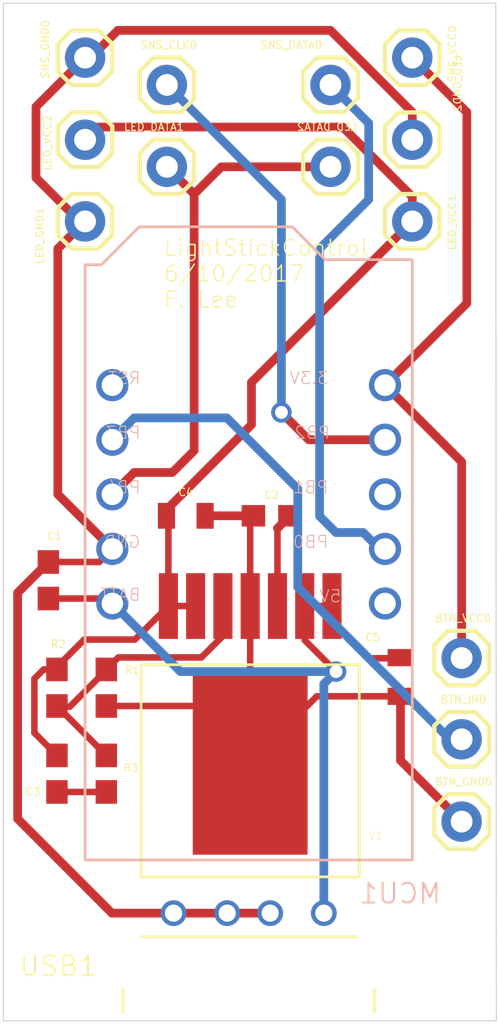
<source format=kicad_pcb>
(kicad_pcb (version 20221018) (generator pcbnew)
  (layers (0 "F.Cu" signal) (31 "B.Cu" signal) (34 "B.Paste" user) (35 "F.Paste" user) (36 "B.SilkS" user "B.Silkscreen") (37 "F.SilkS" user "F.Silkscreen") (38 "B.Mask" user) (39 "F.Mask" user) (44 "Edge.Cuts" user))
  (net 0 "")
  (net 1 "GND")
  (net 2 "VCC_IN")
  (net 3 "LED_DATA")
  (net 4 "SNS_VCC")
  (net 5 "SNS_CLK")
  (net 6 "SNS_DATA")
  (net 7 "BTN_IN")
  (net 8 "SS")
  (net 9 "FB")
  (net 10 "VOUT")
  (net 11 "VOUT_C")
  (footprint "LightStickControl:1X01" (layer "F.Cu") (at 144.6391 88.9386)
    (fp_text reference "LED_DATA1" (at -2.032 -1.651) (layer "F.SilkS") (effects (font (size 0.352755 0.352755) (thickness 0.053645)) (justify left bottom)))
    (fp_text value "")
    (fp_line (start -1.27 -0.635) (end -1.27 0.635) (stroke (width 0.2032)) (layer "F.SilkS"))
    (fp_line (start -1.27 0.635) (end -0.635 1.27) (stroke (width 0.2032)) (layer "F.SilkS"))
    (fp_line (start -0.635 -1.27) (end -1.27 -0.635) (stroke (width 0.2032)) (layer "F.SilkS"))
    (fp_line (start -0.635 1.27) (end 0.635 1.27) (stroke (width 0.2032)) (layer "F.SilkS"))
    (fp_line (start 0.635 -1.27) (end -0.635 -1.27) (stroke (width 0.2032)) (layer "F.SilkS"))
    (fp_line (start 0.635 1.27) (end 1.27 0.635) (stroke (width 0.2032)) (layer "F.SilkS"))
    (fp_line (start 1.27 -0.635) (end 0.635 -1.27) (stroke (width 0.2032)) (layer "F.SilkS"))
    (fp_line (start 1.27 0.635) (end 1.27 -0.635) (stroke (width 0.2032)) (layer "F.SilkS"))
    (pad "1" thru_hole circle (at 0 0 90) (size 1.8796 1.8796) (drill 1.016) (layers "*.Cu" "*.Mask") (net 3 "LED_DATA"))
  )
  (footprint "LightStickControl:0603" (layer "F.Cu") (at 141.8191 113.1786 90)
    (fp_text reference "R1" (at 1.028 1.2) (layer "F.SilkS") (effects (font (size 0.352755 0.352755) (thickness 0.053645)) (justify top)))
    (fp_text value "33k")
    (pad "1" smd rect (at -0.85 0 90) (size 1.1 1) (layers "F.Cu" "F.Paste" "F.Mask") (net 1 "GND"))
    (pad "2" smd rect (at 0.85 0 90) (size 1.1 1) (layers "F.Cu" "F.Paste" "F.Mask") (net 9 "FB"))
  )
  (footprint "LightStickControl:TO-PMOD" (layer "F.Cu") (at 148.5191 116.6786 180)
    (fp_text reference "V1" (at -6.2 -3.17) (layer "F.SilkS") (effects (font (size 0.376489 0.376489) (thickness 0.029911)) (justify right top)))
    (fp_text value "LMZ10503" hide)
    (fp_line (start -5.08 -5.3) (end 5.08 -5.3) (stroke (width 0.127)) (layer "F.SilkS"))
    (fp_line (start -5.08 4.57) (end -5.08 -5.3) (stroke (width 0.127)) (layer "F.SilkS"))
    (fp_line (start 5.08 -5.3) (end 5.08 4.57) (stroke (width 0.127)) (layer "F.SilkS"))
    (fp_line (start 5.08 4.57) (end -5.08 4.57) (stroke (width 0.127)) (layer "F.SilkS"))
    (pad "EN" smd rect (at -2.54 7.3 180) (size 0.89 3.06) (layers "F.Cu" "F.Paste" "F.Mask") (net 2 "VCC_IN"))
    (pad "FB" smd rect (at 1.27 7.3 180) (size 0.89 3.06) (layers "F.Cu" "F.Paste" "F.Mask") (net 9 "FB"))
    (pad "GND" smd rect (at 0 7.3 180) (size 0.89 3.06) (layers "F.Cu" "F.Paste" "F.Mask") (net 1 "GND"))
    (pad "GND_PAD" smd rect (at 0 0 180) (size 5.35 8.54) (layers "F.Cu" "F.Paste" "F.Mask") (net 1 "GND"))
    (pad "SS" smd rect (at -1.27 7.3 180) (size 0.89 3.06) (layers "F.Cu" "F.Paste" "F.Mask") (net 8 "SS"))
    (pad "VIN" smd rect (at -3.81 7.3 180) (size 0.89 3.06) (layers "F.Cu" "F.Paste" "F.Mask") (net 2 "VCC_IN"))
    (pad "VOUT1" smd rect (at 2.54 7.3 180) (size 0.89 3.06) (layers "F.Cu" "F.Paste" "F.Mask") (net 10 "VOUT"))
    (pad "VOUT2" smd rect (at 3.81 7.3 180) (size 0.89 3.06) (layers "F.Cu" "F.Paste" "F.Mask") (net 10 "VOUT"))
  )
  (footprint "LightStickControl:1X01" (layer "F.Cu") (at 156.0691 91.4786 -90)
    (fp_text reference "LED_VCC1" (at -1.27 -1.651 90) (layer "F.SilkS") (effects (font (size 0.352755 0.352755) (thickness 0.053645)) (justify right top)))
    (fp_text value "")
    (fp_line (start -1.27 -0.635) (end -1.27 0.635) (stroke (width 0.2032)) (layer "F.SilkS"))
    (fp_line (start -1.27 0.635) (end -0.635 1.27) (stroke (width 0.2032)) (layer "F.SilkS"))
    (fp_line (start -0.635 -1.27) (end -1.27 -0.635) (stroke (width 0.2032)) (layer "F.SilkS"))
    (fp_line (start -0.635 1.27) (end 0.635 1.27) (stroke (width 0.2032)) (layer "F.SilkS"))
    (fp_line (start 0.635 -1.27) (end -0.635 -1.27) (stroke (width 0.2032)) (layer "F.SilkS"))
    (fp_line (start 0.635 1.27) (end 1.27 0.635) (stroke (width 0.2032)) (layer "F.SilkS"))
    (fp_line (start 1.27 -0.635) (end 0.635 -1.27) (stroke (width 0.2032)) (layer "F.SilkS"))
    (fp_line (start 1.27 0.635) (end 1.27 -0.635) (stroke (width 0.2032)) (layer "F.SilkS"))
    (pad "1" thru_hole circle (at 0 0) (size 1.8796 1.8796) (drill 1.016) (layers "*.Cu" "*.Mask") (net 10 "VOUT"))
  )
  (footprint "LightStickControl:0603" (layer "F.Cu") (at 149.5191 105.1786)
    (fp_text reference "C2" (at 0 -0.762) (layer "F.SilkS") (effects (font (size 0.352755 0.352755) (thickness 0.053645)) (justify bottom)))
    (fp_text value "10nF")
    (pad "1" smd rect (at -0.85 0) (size 1.1 1) (layers "F.Cu" "F.Paste" "F.Mask") (net 1 "GND"))
    (pad "2" smd rect (at 0.85 0) (size 1.1 1) (layers "F.Cu" "F.Paste" "F.Mask") (net 8 "SS"))
  )
  (footprint "LightStickControl:1X01" (layer "F.Cu") (at 156.0691 83.8586 -90)
    (fp_text reference "SNS_VCC0" (at -1.524 -1.651 90) (layer "F.SilkS") (effects (font (size 0.352755 0.352755) (thickness 0.053645)) (justify right top)))
    (fp_text value "")
    (fp_line (start -1.27 -0.635) (end -1.27 0.635) (stroke (width 0.2032)) (layer "F.SilkS"))
    (fp_line (start -1.27 0.635) (end -0.635 1.27) (stroke (width 0.2032)) (layer "F.SilkS"))
    (fp_line (start -0.635 -1.27) (end -1.27 -0.635) (stroke (width 0.2032)) (layer "F.SilkS"))
    (fp_line (start -0.635 1.27) (end 0.635 1.27) (stroke (width 0.2032)) (layer "F.SilkS"))
    (fp_line (start 0.635 -1.27) (end -0.635 -1.27) (stroke (width 0.2032)) (layer "F.SilkS"))
    (fp_line (start 0.635 1.27) (end 1.27 0.635) (stroke (width 0.2032)) (layer "F.SilkS"))
    (fp_line (start 1.27 -0.635) (end 0.635 -1.27) (stroke (width 0.2032)) (layer "F.SilkS"))
    (fp_line (start 1.27 0.635) (end 1.27 -0.635) (stroke (width 0.2032)) (layer "F.SilkS"))
    (pad "1" thru_hole circle (at 0 0) (size 1.8796 1.8796) (drill 1.016) (layers "*.Cu" "*.Mask") (net 4 "SNS_VCC"))
  )
  (footprint "LightStickControl:USB_A_932" (layer "F.Cu") (at 148.4491 125.7686 180)
    (fp_text reference "USB1" (at 6.988 0.174) (layer "F.SilkS") (effects (font (size 0.922528 0.922528) (thickness 0.093472)) (justify right top)))
    (fp_text value "USB_A_932" hide)
    (fp_line (start -5.85 -2.5) (end -5.85 -1.45) (stroke (width 0.127)) (layer "F.SilkS"))
    (fp_line (start -5 1) (end 5 1) (stroke (width 0.127)) (layer "F.SilkS"))
    (fp_line (start 5.85 -2.5) (end 5.85 -1.45) (stroke (width 0.127)) (layer "F.SilkS"))
    (pad "" np_thru_hole circle (at -2.3 0 180) (size 1.1 1.1) (drill 1.1) (layers "*.Cu" "*.Mask"))
    (pad "" np_thru_hole circle (at 2.3 0 180) (size 1.1 1.1) (drill 1.1) (layers "*.Cu" "*.Mask"))
    (pad "D+" thru_hole circle (at 1 2.1 180) (size 1.2 1.2) (drill 0.8) (layers "*.Cu" "*.Mask") (net 1 "GND"))
    (pad "D-" thru_hole circle (at -1 2.1 180) (size 1.2 1.2) (drill 0.8) (layers "*.Cu" "*.Mask") (net 1 "GND"))
    (pad "GND" thru_hole circle (at 3.5 2.1 180) (size 1.2 1.2) (drill 0.8) (layers "*.Cu" "*.Mask") (net 1 "GND"))
    (pad "VCC" thru_hole circle (at -3.5 2.1 180) (size 1.2 1.2) (drill 0.8) (layers "*.Cu" "*.Mask") (net 2 "VCC_IN"))
  )
  (footprint "LightStickControl:0603" (layer "F.Cu") (at 139.1191 108.1786 90)
    (fp_text reference "C1" (at 2.268 0.28) (layer "F.SilkS") (effects (font (size 0.352755 0.352755) (thickness 0.053645)) (justify top)))
    (fp_text value "4.7uF")
    (pad "1" smd rect (at -0.85 0 90) (size 1.1 1) (layers "F.Cu" "F.Paste" "F.Mask") (net 2 "VCC_IN"))
    (pad "2" smd rect (at 0.85 0 90) (size 1.1 1) (layers "F.Cu" "F.Paste" "F.Mask") (net 1 "GND"))
  )
  (footprint "LightStickControl:1X01" (layer "F.Cu") (at 140.8291 91.4786 90)
    (fp_text reference "LED_GND1" (at -2.032 -1.905 90) (layer "F.SilkS") (effects (font (size 0.352755 0.352755) (thickness 0.053645)) (justify left bottom)))
    (fp_text value "")
    (fp_line (start -1.27 -0.635) (end -1.27 0.635) (stroke (width 0.2032)) (layer "F.SilkS"))
    (fp_line (start -1.27 0.635) (end -0.635 1.27) (stroke (width 0.2032)) (layer "F.SilkS"))
    (fp_line (start -0.635 -1.27) (end -1.27 -0.635) (stroke (width 0.2032)) (layer "F.SilkS"))
    (fp_line (start -0.635 1.27) (end 0.635 1.27) (stroke (width 0.2032)) (layer "F.SilkS"))
    (fp_line (start 0.635 -1.27) (end -0.635 -1.27) (stroke (width 0.2032)) (layer "F.SilkS"))
    (fp_line (start 0.635 1.27) (end 1.27 0.635) (stroke (width 0.2032)) (layer "F.SilkS"))
    (fp_line (start 1.27 -0.635) (end 0.635 -1.27) (stroke (width 0.2032)) (layer "F.SilkS"))
    (fp_line (start 1.27 0.635) (end 1.27 -0.635) (stroke (width 0.2032)) (layer "F.SilkS"))
    (pad "1" thru_hole circle (at 0 0 180) (size 1.8796 1.8796) (drill 1.016) (layers "*.Cu" "*.Mask") (net 1 "GND"))
  )
  (footprint "LightStickControl:1X01" (layer "F.Cu") (at 158.3671 115.5786)
    (fp_text reference "BTN_IN0" (at -1.016 -1.651) (layer "F.SilkS") (effects (font (size 0.352755 0.352755) (thickness 0.053645)) (justify left bottom)))
    (fp_text value "")
    (fp_line (start -1.27 -0.635) (end -1.27 0.635) (stroke (width 0.2032)) (layer "F.SilkS"))
    (fp_line (start -1.27 0.635) (end -0.635 1.27) (stroke (width 0.2032)) (layer "F.SilkS"))
    (fp_line (start -0.635 -1.27) (end -1.27 -0.635) (stroke (width 0.2032)) (layer "F.SilkS"))
    (fp_line (start -0.635 1.27) (end 0.635 1.27) (stroke (width 0.2032)) (layer "F.SilkS"))
    (fp_line (start 0.635 -1.27) (end -0.635 -1.27) (stroke (width 0.2032)) (layer "F.SilkS"))
    (fp_line (start 0.635 1.27) (end 1.27 0.635) (stroke (width 0.2032)) (layer "F.SilkS"))
    (fp_line (start 1.27 -0.635) (end 0.635 -1.27) (stroke (width 0.2032)) (layer "F.SilkS"))
    (fp_line (start 1.27 0.635) (end 1.27 -0.635) (stroke (width 0.2032)) (layer "F.SilkS"))
    (pad "1" thru_hole circle (at 0 0 90) (size 1.8796 1.8796) (drill 1.016) (layers "*.Cu" "*.Mask") (net 7 "BTN_IN"))
  )
  (footprint "LightStickControl:1X01" (layer "F.Cu") (at 158.3671 119.4086)
    (fp_text reference "BTN_GND0" (at -1.27 -1.651) (layer "F.SilkS") (effects (font (size 0.352755 0.352755) (thickness 0.053645)) (justify left bottom)))
    (fp_text value "")
    (fp_line (start -1.27 -0.635) (end -1.27 0.635) (stroke (width 0.2032)) (layer "F.SilkS"))
    (fp_line (start -1.27 0.635) (end -0.635 1.27) (stroke (width 0.2032)) (layer "F.SilkS"))
    (fp_line (start -0.635 -1.27) (end -1.27 -0.635) (stroke (width 0.2032)) (layer "F.SilkS"))
    (fp_line (start -0.635 1.27) (end 0.635 1.27) (stroke (width 0.2032)) (layer "F.SilkS"))
    (fp_line (start 0.635 -1.27) (end -0.635 -1.27) (stroke (width 0.2032)) (layer "F.SilkS"))
    (fp_line (start 0.635 1.27) (end 1.27 0.635) (stroke (width 0.2032)) (layer "F.SilkS"))
    (fp_line (start 1.27 -0.635) (end 0.635 -1.27) (stroke (width 0.2032)) (layer "F.SilkS"))
    (fp_line (start 1.27 0.635) (end 1.27 -0.635) (stroke (width 0.2032)) (layer "F.SilkS"))
    (pad "1" thru_hole circle (at 0 0 90) (size 1.8796 1.8796) (drill 1.016) (layers "*.Cu" "*.Mask") (net 1 "GND"))
  )
  (footprint "LightStickControl:0603" (layer "F.Cu") (at 141.8191 117.1786 90)
    (fp_text reference "R3" (at 0.478 1.15) (layer "F.SilkS") (effects (font (size 0.352755 0.352755) (thickness 0.053645)) (justify top)))
    (fp_text value "4.53k")
    (pad "1" smd rect (at -0.85 0 90) (size 1.1 1) (layers "F.Cu" "F.Paste" "F.Mask") (net 11 "VOUT_C"))
    (pad "2" smd rect (at 0.85 0 90) (size 1.1 1) (layers "F.Cu" "F.Paste" "F.Mask") (net 9 "FB"))
  )
  (footprint "LightStickControl:1X01" (layer "F.Cu") (at 140.8291 87.6786)
    (fp_text reference "LED_VCC2" (at -1.547 1.46 90) (layer "F.SilkS") (effects (font (size 0.352755 0.352755) (thickness 0.053645)) (justify left bottom)))
    (fp_text value "")
    (fp_line (start -1.27 -0.635) (end -1.27 0.635) (stroke (width 0.2032)) (layer "F.SilkS"))
    (fp_line (start -1.27 0.635) (end -0.635 1.27) (stroke (width 0.2032)) (layer "F.SilkS"))
    (fp_line (start -0.635 -1.27) (end -1.27 -0.635) (stroke (width 0.2032)) (layer "F.SilkS"))
    (fp_line (start -0.635 1.27) (end 0.635 1.27) (stroke (width 0.2032)) (layer "F.SilkS"))
    (fp_line (start 0.635 -1.27) (end -0.635 -1.27) (stroke (width 0.2032)) (layer "F.SilkS"))
    (fp_line (start 0.635 1.27) (end 1.27 0.635) (stroke (width 0.2032)) (layer "F.SilkS"))
    (fp_line (start 1.27 -0.635) (end 0.635 -1.27) (stroke (width 0.2032)) (layer "F.SilkS"))
    (fp_line (start 1.27 0.635) (end 1.27 -0.635) (stroke (width 0.2032)) (layer "F.SilkS"))
    (pad "1" thru_hole circle (at 0 0 90) (size 1.8796 1.8796) (drill 1.016) (layers "*.Cu" "*.Mask") (net 10 "VOUT"))
  )
  (footprint "LightStickControl:0603" (layer "F.Cu") (at 139.5191 117.1786 90)
    (fp_text reference "C3" (at -0.642 -1.12) (layer "F.SilkS") (effects (font (size 0.352755 0.352755) (thickness 0.053645)) (justify top)))
    (fp_text value "100pF")
    (pad "1" smd rect (at -0.85 0 90) (size 1.1 1) (layers "F.Cu" "F.Paste" "F.Mask") (net 11 "VOUT_C"))
    (pad "2" smd rect (at 0.85 0 90) (size 1.1 1) (layers "F.Cu" "F.Paste" "F.Mask") (net 10 "VOUT"))
  )
  (footprint "LightStickControl:1X01" (layer "F.Cu") (at 144.6391 85.1286)
    (fp_text reference "SNS_CLK0" (at -1.27 -1.651) (layer "F.SilkS") (effects (font (size 0.352755 0.352755) (thickness 0.053645)) (justify left bottom)))
    (fp_text value "")
    (fp_line (start -1.27 -0.635) (end -1.27 0.635) (stroke (width 0.2032)) (layer "F.SilkS"))
    (fp_line (start -1.27 0.635) (end -0.635 1.27) (stroke (width 0.2032)) (layer "F.SilkS"))
    (fp_line (start -0.635 -1.27) (end -1.27 -0.635) (stroke (width 0.2032)) (layer "F.SilkS"))
    (fp_line (start -0.635 1.27) (end 0.635 1.27) (stroke (width 0.2032)) (layer "F.SilkS"))
    (fp_line (start 0.635 -1.27) (end -0.635 -1.27) (stroke (width 0.2032)) (layer "F.SilkS"))
    (fp_line (start 0.635 1.27) (end 1.27 0.635) (stroke (width 0.2032)) (layer "F.SilkS"))
    (fp_line (start 1.27 -0.635) (end 0.635 -1.27) (stroke (width 0.2032)) (layer "F.SilkS"))
    (fp_line (start 1.27 0.635) (end 1.27 -0.635) (stroke (width 0.2032)) (layer "F.SilkS"))
    (pad "1" thru_hole circle (at 0 0 90) (size 1.8796 1.8796) (drill 1.016) (layers "*.Cu" "*.Mask") (net 5 "SNS_CLK"))
  )
  (footprint "LightStickControl:1X01" (layer "F.Cu") (at 152.2591 88.9386)
    (fp_text reference "LED_DATA2" (at 1.27 -1.651) (layer "F.SilkS") (effects (font (size 0.352755 0.352755) (thickness 0.053645)) (justify left bottom mirror)))
    (fp_text value "")
    (fp_line (start -1.27 -0.635) (end -1.27 0.635) (stroke (width 0.2032)) (layer "F.SilkS"))
    (fp_line (start -1.27 0.635) (end -0.635 1.27) (stroke (width 0.2032)) (layer "F.SilkS"))
    (fp_line (start -0.635 -1.27) (end -1.27 -0.635) (stroke (width 0.2032)) (layer "F.SilkS"))
    (fp_line (start -0.635 1.27) (end 0.635 1.27) (stroke (width 0.2032)) (layer "F.SilkS"))
    (fp_line (start 0.635 -1.27) (end -0.635 -1.27) (stroke (width 0.2032)) (layer "F.SilkS"))
    (fp_line (start 0.635 1.27) (end 1.27 0.635) (stroke (width 0.2032)) (layer "F.SilkS"))
    (fp_line (start 1.27 -0.635) (end 0.635 -1.27) (stroke (width 0.2032)) (layer "F.SilkS"))
    (fp_line (start 1.27 0.635) (end 1.27 -0.635) (stroke (width 0.2032)) (layer "F.SilkS"))
    (pad "1" thru_hole circle (at 0 0 90) (size 1.8796 1.8796) (drill 1.016) (layers "*.Cu" "*.Mask") (net 3 "LED_DATA"))
  )
  (footprint "LightStickControl:0805" (layer "F.Cu") (at 155.5191 112.6786 -90)
    (fp_text reference "C5" (at -1.639 1.3) (layer "F.SilkS") (effects (font (size 0.352755 0.352755) (thickness 0.053645)) (justify bottom)))
    (fp_text value "22uF")
    (pad "1" smd rect (at -0.9 0 270) (size 0.8 1.2) (layers "F.Cu" "F.Paste" "F.Mask") (net 2 "VCC_IN"))
    (pad "2" smd rect (at 0.9 0 270) (size 0.8 1.2) (layers "F.Cu" "F.Paste" "F.Mask") (net 1 "GND"))
  )
  (footprint "LightStickControl:1X01" (layer "F.Cu") (at 156.0691 87.6786 -90)
    (fp_text reference "LED_GND2" (at -1.27 -1.905 -270) (layer "F.SilkS") (effects (font (size 0.352755 0.352755) (thickness 0.053645)) (justify right top mirror)))
    (fp_text value "")
    (fp_line (start -1.27 -0.635) (end -1.27 0.635) (stroke (width 0.2032)) (layer "F.SilkS"))
    (fp_line (start -1.27 0.635) (end -0.635 1.27) (stroke (width 0.2032)) (layer "F.SilkS"))
    (fp_line (start -0.635 -1.27) (end -1.27 -0.635) (stroke (width 0.2032)) (layer "F.SilkS"))
    (fp_line (start -0.635 1.27) (end 0.635 1.27) (stroke (width 0.2032)) (layer "F.SilkS"))
    (fp_line (start 0.635 -1.27) (end -0.635 -1.27) (stroke (width 0.2032)) (layer "F.SilkS"))
    (fp_line (start 0.635 1.27) (end 1.27 0.635) (stroke (width 0.2032)) (layer "F.SilkS"))
    (fp_line (start 1.27 -0.635) (end 0.635 -1.27) (stroke (width 0.2032)) (layer "F.SilkS"))
    (fp_line (start 1.27 0.635) (end 1.27 -0.635) (stroke (width 0.2032)) (layer "F.SilkS"))
    (pad "1" thru_hole circle (at 0 0) (size 1.8796 1.8796) (drill 1.016) (layers "*.Cu" "*.Mask") (net 1 "GND"))
  )
  (footprint "LightStickControl:0805" (layer "F.Cu") (at 145.5191 105.1786)
    (fp_text reference "C4" (at 0 -0.889) (layer "F.SilkS") (effects (font (size 0.352755 0.352755) (thickness 0.053645)) (justify bottom)))
    (fp_text value "47uF")
    (pad "1" smd rect (at -0.9 0) (size 0.8 1.2) (layers "F.Cu" "F.Paste" "F.Mask") (net 10 "VOUT"))
    (pad "2" smd rect (at 0.9 0) (size 0.8 1.2) (layers "F.Cu" "F.Paste" "F.Mask") (net 1 "GND"))
  )
  (footprint "LightStickControl:1X01" (layer "F.Cu") (at 140.8291 83.8586 90)
    (fp_text reference "SNS_GND0" (at -1.016 -1.651 90) (layer "F.SilkS") (effects (font (size 0.352755 0.352755) (thickness 0.053645)) (justify left bottom)))
    (fp_text value "")
    (fp_line (start -1.27 -0.635) (end -1.27 0.635) (stroke (width 0.2032)) (layer "F.SilkS"))
    (fp_line (start -1.27 0.635) (end -0.635 1.27) (stroke (width 0.2032)) (layer "F.SilkS"))
    (fp_line (start -0.635 -1.27) (end -1.27 -0.635) (stroke (width 0.2032)) (layer "F.SilkS"))
    (fp_line (start -0.635 1.27) (end 0.635 1.27) (stroke (width 0.2032)) (layer "F.SilkS"))
    (fp_line (start 0.635 -1.27) (end -0.635 -1.27) (stroke (width 0.2032)) (layer "F.SilkS"))
    (fp_line (start 0.635 1.27) (end 1.27 0.635) (stroke (width 0.2032)) (layer "F.SilkS"))
    (fp_line (start 1.27 -0.635) (end 0.635 -1.27) (stroke (width 0.2032)) (layer "F.SilkS"))
    (fp_line (start 1.27 0.635) (end 1.27 -0.635) (stroke (width 0.2032)) (layer "F.SilkS"))
    (pad "1" thru_hole circle (at 0 0 180) (size 1.8796 1.8796) (drill 1.016) (layers "*.Cu" "*.Mask") (net 1 "GND"))
  )
  (footprint "LightStickControl:0603" (layer "F.Cu") (at 139.5191 113.1786 90)
    (fp_text reference "R2" (at 2.238 0.06) (layer "F.SilkS") (effects (font (size 0.352755 0.352755) (thickness 0.053645)) (justify top)))
    (fp_text value "100k")
    (pad "1" smd rect (at -0.85 0 90) (size 1.1 1) (layers "F.Cu" "F.Paste" "F.Mask") (net 9 "FB"))
    (pad "2" smd rect (at 0.85 0 90) (size 1.1 1) (layers "F.Cu" "F.Paste" "F.Mask") (net 10 "VOUT"))
  )
  (footprint "LightStickControl:1X01" (layer "F.Cu") (at 158.3671 111.7986)
    (fp_text reference "BTN_VCC0" (at -1.27 -1.651) (layer "F.SilkS") (effects (font (size 0.352755 0.352755) (thickness 0.053645)) (justify left bottom)))
    (fp_text value "")
    (fp_line (start -1.27 -0.635) (end -1.27 0.635) (stroke (width 0.2032)) (layer "F.SilkS"))
    (fp_line (start -1.27 0.635) (end -0.635 1.27) (stroke (width 0.2032)) (layer "F.SilkS"))
    (fp_line (start -0.635 -1.27) (end -1.27 -0.635) (stroke (width 0.2032)) (layer "F.SilkS"))
    (fp_line (start -0.635 1.27) (end 0.635 1.27) (stroke (width 0.2032)) (layer "F.SilkS"))
    (fp_line (start 0.635 -1.27) (end -0.635 -1.27) (stroke (width 0.2032)) (layer "F.SilkS"))
    (fp_line (start 0.635 1.27) (end 1.27 0.635) (stroke (width 0.2032)) (layer "F.SilkS"))
    (fp_line (start 1.27 -0.635) (end 0.635 -1.27) (stroke (width 0.2032)) (layer "F.SilkS"))
    (fp_line (start 1.27 0.635) (end 1.27 -0.635) (stroke (width 0.2032)) (layer "F.SilkS"))
    (pad "1" thru_hole circle (at 0 0 90) (size 1.8796 1.8796) (drill 1.016) (layers "*.Cu" "*.Mask") (net 4 "SNS_VCC"))
  )
  (footprint "LightStickControl:1X01" (layer "F.Cu") (at 152.2591 85.1286)
    (fp_text reference "SNS_DATA0" (at -3.302 -1.651) (layer "F.SilkS") (effects (font (size 0.352755 0.352755) (thickness 0.053645)) (justify left bottom)))
    (fp_text value "")
    (fp_line (start -1.27 -0.635) (end -1.27 0.635) (stroke (width 0.2032)) (layer "F.SilkS"))
    (fp_line (start -1.27 0.635) (end -0.635 1.27) (stroke (width 0.2032)) (layer "F.SilkS"))
    (fp_line (start -0.635 -1.27) (end -1.27 -0.635) (stroke (width 0.2032)) (layer "F.SilkS"))
    (fp_line (start -0.635 1.27) (end 0.635 1.27) (stroke (width 0.2032)) (layer "F.SilkS"))
    (fp_line (start 0.635 -1.27) (end -0.635 -1.27) (stroke (width 0.2032)) (layer "F.SilkS"))
    (fp_line (start 0.635 1.27) (end 1.27 0.635) (stroke (width 0.2032)) (layer "F.SilkS"))
    (fp_line (start 1.27 -0.635) (end 0.635 -1.27) (stroke (width 0.2032)) (layer "F.SilkS"))
    (fp_line (start 1.27 0.635) (end 1.27 -0.635) (stroke (width 0.2032)) (layer "F.SilkS"))
    (pad "1" thru_hole circle (at 0 0 90) (size 1.8796 1.8796) (drill 1.016) (layers "*.Cu" "*.Mask") (net 6 "SNS_DATA"))
  )
  (footprint "LightStickControl:ARDUINO_TRINKET" (layer "B.Cu") (at 148.4491 104.1786)
    (fp_text reference "MCU1" (at 5.08 18.034) (layer "B.SilkS") (effects (font (size 0.922528 0.922528) (thickness 0.093472)) (justify right top mirror)))
    (fp_text value "ARDUINO_TRINKET" hide)
    (fp_text user "PB1" (at 3.75 0 180) (layer "B.SilkS") (effects (font (size 0.560832 0.560832) (thickness 0.048768)) (justify left bottom mirror)))
    (fp_text user "PB4" (at -5 0 180) (layer "B.SilkS") (effects (font (size 0.560832 0.560832) (thickness 0.048768)) (justify left bottom mirror)))
    (fp_text user "3.3V" (at 3.75 -5.08 180) (layer "B.SilkS") (effects (font (size 0.560832 0.560832) (thickness 0.048768)) (justify left bottom mirror)))
    (fp_text user "PB2" (at 3.82 -2.54 180) (layer "B.SilkS") (effects (font (size 0.560832 0.560832) (thickness 0.048768)) (justify left bottom mirror)))
    (fp_text user "GND" (at -5 2.54 180) (layer "B.SilkS") (effects (font (size 0.560832 0.560832) (thickness 0.048768)) (justify left bottom mirror)))
    (fp_text user "RST" (at -5 -5.08 180) (layer "B.SilkS") (effects (font (size 0.560832 0.560832) (thickness 0.048768)) (justify left bottom mirror)))
    (fp_text user "PB3" (at -5 -2.54 180) (layer "B.SilkS") (effects (font (size 0.560832 0.560832) (thickness 0.048768)) (justify left bottom mirror)))
    (fp_text user "5V" (at 4.34 5.07 180) (layer "B.SilkS") (effects (font (size 0.560832 0.560832) (thickness 0.048768)) (justify left bottom mirror)))
    (fp_text user "BATT" (at -5 5 180) (layer "B.SilkS") (effects (font (size 0.560832 0.560832) (thickness 0.048768)) (justify left bottom mirror)))
    (fp_text user "PB0" (at 3.75 2.54 180) (layer "B.SilkS") (effects (font (size 0.560832 0.560832) (thickness 0.048768)) (justify left bottom mirror)))
    (fp_line (start -7.62 -10.68) (end -7.62 17.02) (stroke (width 0.127)) (layer "B.SilkS"))
    (fp_line (start -7.62 17.02) (end 7.62 17.02) (stroke (width 0.127)) (layer "B.SilkS"))
    (fp_line (start -6.86 -10.68) (end -7.62 -10.68) (stroke (width 0.127)) (layer "B.SilkS"))
    (fp_line (start -5.09 -12.45) (end -6.86 -10.68) (stroke (width 0.127)) (layer "B.SilkS"))
    (fp_line (start 2.03 -12.45) (end -5.09 -12.45) (stroke (width 0.127)) (layer "B.SilkS"))
    (fp_line (start 3.56 -10.92) (end 2.03 -12.45) (stroke (width 0.127)) (layer "B.SilkS"))
    (fp_line (start 7.62 -10.92) (end 3.56 -10.92) (stroke (width 0.127)) (layer "B.SilkS"))
    (fp_line (start 7.62 17.02) (end 7.62 -10.92) (stroke (width 0.127)) (layer "B.SilkS"))
    (pad "3.3V" thru_hole circle (at 6.35 -5.08) (size 1.5 1.5) (drill 1) (layers "*.Cu" "*.Mask") (net 4 "SNS_VCC"))
    (pad "5V" thru_hole circle (at 6.35 5.08) (size 1.5 1.5) (drill 1) (layers "*.Cu" "*.Mask"))
    (pad "BATT" thru_hole circle (at -6.35 5.08) (size 1.5 1.5) (drill 1) (layers "*.Cu" "*.Mask") (net 2 "VCC_IN"))
    (pad "GND" thru_hole circle (at -6.35 2.54) (size 1.5 1.5) (drill 1) (layers "*.Cu" "*.Mask") (net 1 "GND"))
    (pad "PB0" thru_hole circle (at 6.35 2.54) (size 1.5 1.5) (drill 1) (layers "*.Cu" "*.Mask") (net 6 "SNS_DATA"))
    (pad "PB1" thru_hole circle (at 6.35 0) (size 1.5 1.5) (drill 1) (layers "*.Cu" "*.Mask"))
    (pad "PB2" thru_hole circle (at 6.35 -2.54) (size 1.5 1.5) (drill 1) (layers "*.Cu" "*.Mask") (net 5 "SNS_CLK"))
    (pad "PB3" thru_hole circle (at -6.35 -2.54) (size 1.5 1.5) (drill 1) (layers "*.Cu" "*.Mask") (net 7 "BTN_IN"))
    (pad "PB4" thru_hole circle (at -6.35 0) (size 1.5 1.5) (drill 1) (layers "*.Cu" "*.Mask") (net 3 "LED_DATA"))
    (pad "RST" thru_hole circle (at -6.35 -5.08) (size 1.5 1.5) (drill 1) (layers "*.Cu" "*.Mask"))
  )
  (gr_line (start 137.0191 128.6786) (end 159.9831 128.6786) (stroke (width 0.05)) (layer "Edge.Cuts"))
  (gr_line (start 159.9831 128.6786) (end 159.9551 81.3286) (stroke (width 0.05)) (layer "Edge.Cuts"))
  (gr_line (start 137.0191 81.3286) (end 137.0191 128.6786) (stroke (width 0.05)) (layer "Edge.Cuts"))
  (gr_line (start 159.9551 81.3286) (end 137.0191 81.3286) (stroke (width 0.05)) (layer "Edge.Cuts"))
  (gr_text "LightStickControl\n6/10/2017\nF. Lee" (at 144.4471 95.5526) (layer "F.SilkS") (effects (font (size 0.747776 0.747776) (thickness 0.065024)) (justify left bottom)))
  (segment (start 138.5431 89.4466) (end 138.5431 86.1446) (width 0.4064) (layer "F.Cu") (net 1))
  (segment (start 148.5191 109.3786) (end 148.5191 105.3286) (width 0.3048) (layer "F.Cu") (net 1))
  (segment (start 140.8291 83.8586) (end 141.0831 83.8586) (width 0.4064) (layer "F.Cu") (net 1))
  (segment (start 138.5431 86.1446) (end 140.8291 83.8586) (width 0.4064) (layer "F.Cu") (net 1))
  (segment (start 142.0991 106.7186) (end 139.5591 104.1786) (width 0.4064) (layer "F.Cu") (net 1))
  (segment (start 148.5191 109.3786) (end 148.5191 116.6786) (width 0.3048) (layer "F.Cu") (net 1))
  (segment (start 156.0691 87.6786) (end 156.0691 86.3986) (width 0.4064) (layer "F.Cu") (net 1))
  (segment (start 142.0791 123.6686) (end 137.6891 119.2786) (width 0.4064) (layer "F.Cu") (net 1))
  (segment (start 139.1191 107.3286) (end 141.4891 107.3286) (width 0.3048) (layer "F.Cu") (net 1))
  (segment (start 137.6891 108.7586) (end 139.1191 107.3286) (width 0.4064) (layer "F.Cu") (net 1))
  (segment (start 140.5751 91.4786) (end 138.5431 89.4466) (width 0.4064) (layer "F.Cu") (net 1))
  (segment (start 140.8291 91.4786) (end 139.5591 92.7486) (width 0.4064) (layer "F.Cu") (net 1))
  (segment (start 147.4491 123.6686) (end 149.4491 123.6686) (width 0.4064) (layer "F.Cu") (net 1))
  (segment (start 155.5191 113.5786) (end 155.5191 116.5606) (width 0.4064) (layer "F.Cu") (net 1))
  (segment (start 139.5591 104.1786) (end 139.5591 92.7486) (width 0.4064) (layer "F.Cu") (net 1))
  (segment (start 151.6191 113.5786) (end 148.5191 116.6786) (width 0.3048) (layer "F.Cu") (net 1))
  (segment (start 148.5191 105.3286) (end 148.6691 105.1786) (width 0.4064) (layer "F.Cu") (net 1))
  (segment (start 137.6891 119.2786) (end 137.6891 108.7586) (width 0.4064) (layer "F.Cu") (net 1))
  (segment (start 144.9491 123.6686) (end 142.0791 123.6686) (width 0.4064) (layer "F.Cu") (net 1))
  (segment (start 141.8191 114.0286) (end 148.5191 114.0286) (width 0.3048) (layer "F.Cu") (net 1))
  (segment (start 155.5191 116.5606) (end 158.3671 119.4086) (width 0.4064) (layer "F.Cu") (net 1))
  (segment (start 152.2591 82.5886) (end 156.0691 86.3986) (width 0.4064) (layer "F.Cu") (net 1))
  (segment (start 142.3531 82.5886) (end 152.2591 82.5886) (width 0.4064) (layer "F.Cu") (net 1))
  (segment (start 148.5191 114.0286) (end 148.5191 116.6786) (width 0.3048) (layer "F.Cu") (net 1))
  (segment (start 146.4191 105.1786) (end 148.6691 105.1786) (width 0.4064) (layer "F.Cu") (net 1))
  (segment (start 141.0831 83.8586) (end 142.3531 82.5886) (width 0.4064) (layer "F.Cu") (net 1))
  (segment (start 155.5191 113.5786) (end 151.6191 113.5786) (width 0.3048) (layer "F.Cu") (net 1))
  (segment (start 141.4891 107.3286) (end 142.0991 106.7186) (width 0.3048) (layer "F.Cu") (net 1))
  (segment (start 147.4491 123.6686) (end 144.9491 123.6686) (width 0.4064) (layer "F.Cu") (net 1))
  (segment (start 151.0591 109.3786) (end 151.0591 110.9686) (width 0.3048) (layer "F.Cu") (net 2))
  (segment (start 151.0591 109.3786) (end 152.3291 109.3786) (width 0.3048) (layer "F.Cu") (net 2))
  (segment (start 141.8691 109.0286) (end 142.0991 109.2586) (width 0.4064) (layer "F.Cu") (net 2))
  (segment (start 155.4891 111.8086) (end 155.5191 111.7786) (width 0.4064) (layer "F.Cu") (net 2))
  (segment (start 151.0591 110.9686) (end 152.5191 112.4286) (width 0.3048) (layer "F.Cu") (net 2))
  (segment (start 139.1191 109.0286) (end 141.8691 109.0286) (width 0.3048) (layer "F.Cu") (net 2))
  (segment (start 152.3291 110.0986) (end 154.0391 111.8086) (width 0.3048) (layer "F.Cu") (net 2))
  (segment (start 154.0391 111.8086) (end 155.4891 111.8086) (width 0.3048) (layer "F.Cu") (net 2))
  (segment (start 152.3291 109.3786) (end 152.3291 110.0986) (width 0.3048) (layer "F.Cu") (net 2))
  (via (at 152.5191 112.4286) (size 0.9556) (drill 0.6) (layers "F.Cu" "B.Cu") (net 2))
  (segment (start 151.9491 123.6686) (end 151.9491 112.9986) (width 0.4064) (layer "B.Cu") (net 2))
  (segment (start 145.2691 112.4286) (end 142.0991 109.2586) (width 0.4064) (layer "B.Cu") (net 2))
  (segment (start 151.9491 112.9986) (end 152.5191 112.4286) (width 0.4064) (layer "B.Cu") (net 2))
  (segment (start 152.5191 112.4286) (end 145.2691 112.4286) (width 0.4064) (layer "B.Cu") (net 2))
  (segment (start 152.2591 88.9386) (end 147.1791 88.9386) (width 0.4064) (layer "F.Cu") (net 3))
  (segment (start 142.0991 104.1786) (end 143.1151 103.1626) (width 0.4064) (layer "F.Cu") (net 3))
  (segment (start 143.1151 103.1626) (end 144.8931 103.1626) (width 0.4064) (layer "F.Cu") (net 3))
  (segment (start 144.8931 103.1626) (end 145.9091 102.1466) (width 0.4064) (layer "F.Cu") (net 3))
  (segment (start 147.1791 88.9386) (end 145.9091 90.2086) (width 0.4064) (layer "F.Cu") (net 3))
  (segment (start 145.9091 90.2086) (end 144.6391 88.9386) (width 0.4064) (layer "F.Cu") (net 3))
  (segment (start 145.9091 102.1466) (end 145.9091 90.2086) (width 0.4064) (layer "F.Cu") (net 3))
  (segment (start 158.6091 86.3986) (end 156.0691 83.8586) (width 0.4064) (layer "F.Cu") (net 4))
  (segment (start 158.3671 102.6666) (end 154.7991 99.0986) (width 0.4064) (layer "F.Cu") (net 4))
  (segment (start 158.6091 95.2886) (end 158.6091 86.3986) (width 0.4064) (layer "F.Cu") (net 4))
  (segment (start 154.7991 99.0986) (end 158.6091 95.2886) (width 0.4064) (layer "F.Cu") (net 4))
  (segment (start 158.3671 111.7986) (end 158.3671 102.6666) (width 0.4064) (layer "F.Cu") (net 4))
  (segment (start 154.7991 101.6386) (end 151.2431 101.6386) (width 0.4064) (layer "F.Cu") (net 5))
  (segment (start 151.2431 101.6386) (end 149.9731 100.3686) (width 0.4064) (layer "F.Cu") (net 5))
  (via (at 149.9731 100.3686) (size 0.9556) (drill 0.6) (layers "F.Cu" "B.Cu") (net 5))
  (segment (start 149.9731 90.4626) (end 144.6391 85.1286) (width 0.4064) (layer "B.Cu") (net 5))
  (segment (start 149.9731 100.3686) (end 149.9731 90.4626) (width 0.4064) (layer "B.Cu") (net 5))
  (segment (start 151.7511 105.1946) (end 151.7511 92.7486) (width 0.4064) (layer "B.Cu") (net 6))
  (segment (start 154.7991 106.7186) (end 154.5451 106.7186) (width 0.4064) (layer "B.Cu") (net 6))
  (segment (start 154.5451 106.7186) (end 153.7831 105.9566) (width 0.4064) (layer "B.Cu") (net 6))
  (segment (start 154.0371 90.4626) (end 154.0371 86.9066) (width 0.4064) (layer "B.Cu") (net 6))
  (segment (start 154.0371 86.9066) (end 152.2591 85.1286) (width 0.4064) (layer "B.Cu") (net 6))
  (segment (start 153.7831 105.9566) (end 152.5131 105.9566) (width 0.4064) (layer "B.Cu") (net 6))
  (segment (start 151.7511 92.7486) (end 154.0371 90.4626) (width 0.4064) (layer "B.Cu") (net 6))
  (segment (start 152.5131 105.9566) (end 151.7511 105.1946) (width 0.4064) (layer "B.Cu") (net 6))
  (segment (start 142.0991 101.6386) (end 143.1151 100.6226) (width 0.4064) (layer "B.Cu") (net 7))
  (segment (start 147.4331 100.6226) (end 150.7351 103.9246) (width 0.4064) (layer "B.Cu") (net 7))
  (segment (start 158.3671 115.5786) (end 157.8171 115.5786) (width 0.4064) (layer "B.Cu") (net 7))
  (segment (start 150.7351 103.9246) (end 150.7351 108.4966) (width 0.4064) (layer "B.Cu") (net 7))
  (segment (start 157.8171 115.5786) (end 150.7351 108.4966) (width 0.4064) (layer "B.Cu") (net 7))
  (segment (start 143.1151 100.6226) (end 147.4331 100.6226) (width 0.4064) (layer "B.Cu") (net 7))
  (segment (start 149.7891 109.3786) (end 149.7891 105.7586) (width 0.3048) (layer "F.Cu") (net 8))
  (segment (start 149.7891 105.7586) (end 150.3691 105.1786) (width 0.4064) (layer "F.Cu") (net 8))
  (segment (start 139.5491 114.0586) (end 139.5191 114.0286) (width 0.4064) (layer "F.Cu") (net 9))
  (segment (start 142.3791 111.7686) (end 141.8191 112.3286) (width 0.3048) (layer "F.Cu") (net 9))
  (segment (start 147.2491 110.7686) (end 146.2491 111.7686) (width 0.3048) (layer "F.Cu") (net 9))
  (segment (start 147.2491 109.3786) (end 147.2491 110.7686) (width 0.3048) (layer "F.Cu") (net 9))
  (segment (start 146.2491 111.7686) (end 142.3791 111.7686) (width 0.3048) (layer "F.Cu") (net 9))
  (segment (start 141.8191 116.3286) (end 139.5191 114.0286) (width 0.3048) (layer "F.Cu") (net 9))
  (segment (start 141.8191 112.3286) (end 141.8191 112.3586) (width 0.4064) (layer "F.Cu") (net 9))
  (segment (start 141.8191 112.3586) (end 140.1191 114.0586) (width 0.3048) (layer "F.Cu") (net 9))
  (segment (start 140.1191 114.0586) (end 139.5491 114.0586) (width 0.3048) (layer "F.Cu") (net 9))
  (segment (start 141.4191 87.0886) (end 140.8291 87.6786) (width 0.4064) (layer "F.Cu") (net 10))
  (segment (start 144.6191 104.8986) (end 148.5791 100.9386) (width 0.4064) (layer "F.Cu") (net 10))
  (segment (start 144.7091 109.3786) (end 145.9791 109.3786) (width 0.3048) (layer "F.Cu") (net 10))
  (segment (start 144.6191 105.1786) (end 144.6191 104.8986) (width 0.4064) (layer "F.Cu") (net 10))
  (segment (start 139.5191 112.3286) (end 139.5191 112.2086) (width 0.4064) (layer "F.Cu") (net 10))
  (segment (start 144.7091 105.2686) (end 144.6191 105.1786) (width 0.4064) (layer "F.Cu") (net 10))
  (segment (start 152.8291 87.0886) (end 141.4191 87.0886) (width 0.4064) (layer "F.Cu") (net 10))
  (segment (start 140.7891 110.9386) (end 143.1491 110.9386) (width 0.3048) (layer "F.Cu") (net 10))
  (segment (start 156.0691 90.3286) (end 152.8291 87.0886) (width 0.4064) (layer "F.Cu") (net 10))
  (segment (start 138.4691 112.7586) (end 138.4691 115.2786) (width 0.3048) (layer "F.Cu") (net 10))
  (segment (start 156.0691 91.4786) (end 156.0691 90.3286) (width 0.4064) (layer "F.Cu") (net 10))
  (segment (start 139.5191 112.2086) (end 140.7891 110.9386) (width 0.3048) (layer "F.Cu") (net 10))
  (segment (start 144.7091 109.3786) (end 144.7091 105.2686) (width 0.3048) (layer "F.Cu") (net 10))
  (segment (start 143.1491 110.9386) (end 144.7091 109.3786) (width 0.3048) (layer "F.Cu") (net 10))
  (segment (start 148.5791 100.9386) (end 148.5791 98.9686) (width 0.4064) (layer "F.Cu") (net 10))
  (segment (start 138.8991 112.3286) (end 138.4691 112.7586) (width 0.3048) (layer "F.Cu") (net 10))
  (segment (start 139.5191 112.3286) (end 138.8991 112.3286) (width 0.3048) (layer "F.Cu") (net 10))
  (segment (start 148.5791 98.9686) (end 156.0691 91.4786) (width 0.4064) (layer "F.Cu") (net 10))
  (segment (start 138.4691 115.2786) (end 139.5191 116.3286) (width 0.3048) (layer "F.Cu") (net 10))
  (segment (start 139.5191 118.0286) (end 141.8191 118.0286) (width 0.3048) (layer "F.Cu") (net 11))
)
</source>
